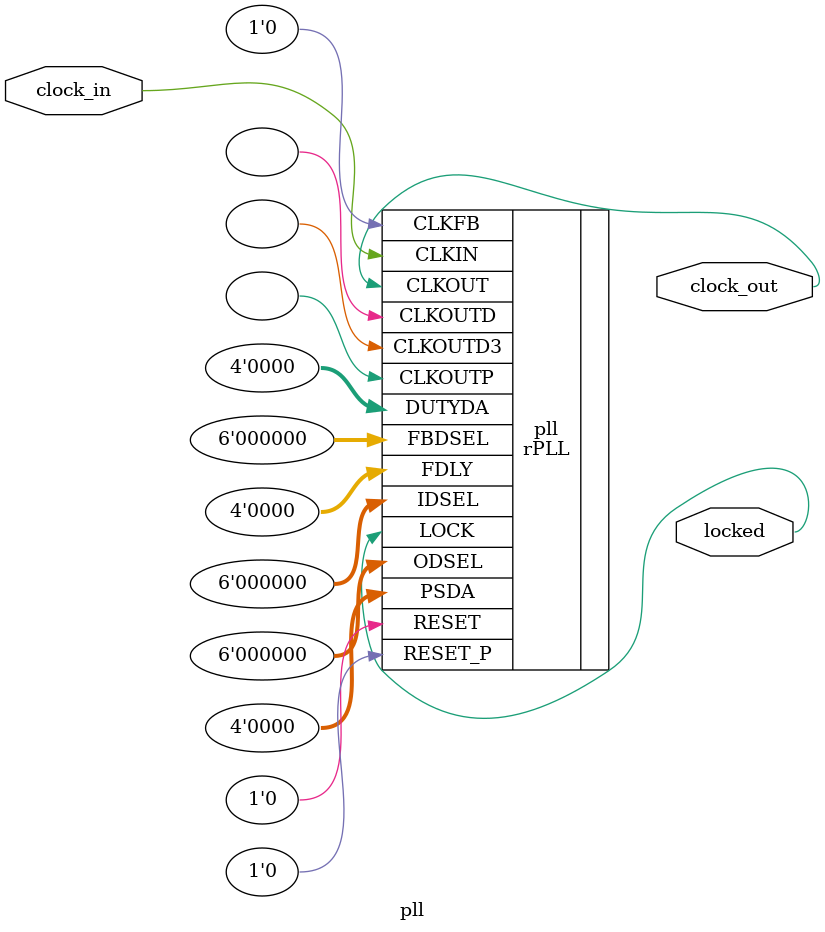
<source format=v>

/**
* PLL configuration
*
* This Verilog module was generated automatically
* using the gowin-pll tool.
* Use at your own risk.
*
* Target-Device:                GW1NR-9 C6/I5
* Given input frequency:        27.000 MHz
* Requested output frequency:   18.000 MHz
* Achieved output frequency:    18.000 MHz
*/

module pll(
   input  clock_in,
   output clock_out,
   output locked
);

   rPLL #(
      .FCLKIN("27.0"),
      .IDIV_SEL(2), // -> PFD = 9.0 MHz (range: 3-400 MHz)
      .FBDIV_SEL(1), // -> CLKOUT = 18.0 MHz (range: 400-600 MHz)
      .ODIV_SEL(32) // -> VCO = 576.0 MHz (range: 600-1200 MHz)
   ) pll (.CLKOUTP(), .CLKOUTD(), .CLKOUTD3(), .RESET(1'b0), .RESET_P(1'b0), .CLKFB(1'b0), .FBDSEL(6'b0), .IDSEL(6'b0), .ODSEL(6'b0), .PSDA(4'b0), .DUTYDA(4'b0), .FDLY(4'b0),
      .CLKIN(clock_in), // 27.0 MHz
      .CLKOUT(clock_out), // 18.0 MHz
      .LOCK(locked)
   );

endmodule

</source>
